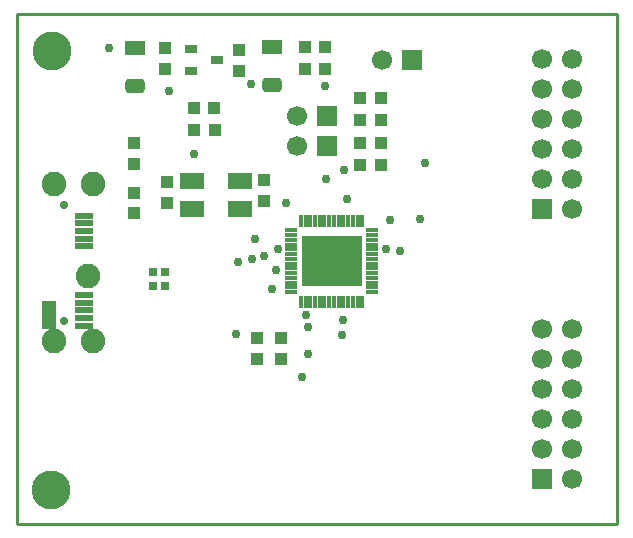
<source format=gts>
G04*
G04 #@! TF.GenerationSoftware,Altium Limited,Altium Designer,20.2.5 (213)*
G04*
G04 Layer_Color=8388736*
%FSLAX42Y42*%
%MOMM*%
G71*
G04*
G04 #@! TF.SameCoordinates,99264967-5F5F-486C-9E42-840607406226*
G04*
G04*
G04 #@! TF.FilePolarity,Negative*
G04*
G01*
G75*
%ADD11C,0.25*%
%ADD28R,1.55X0.60*%
%ADD29R,1.18X2.38*%
%ADD30R,1.00X1.00*%
%ADD31R,5.05X4.25*%
%ADD32R,1.05X0.40*%
%ADD33R,0.40X1.05*%
%ADD34R,1.70X1.20*%
G04:AMPARAMS|DCode=35|XSize=1.2mm|YSize=1.7mm|CornerRadius=0.35mm|HoleSize=0mm|Usage=FLASHONLY|Rotation=90.000|XOffset=0mm|YOffset=0mm|HoleType=Round|Shape=RoundedRectangle|*
%AMROUNDEDRECTD35*
21,1,1.20,1.00,0,0,90.0*
21,1,0.50,1.70,0,0,90.0*
1,1,0.70,0.50,0.25*
1,1,0.70,0.50,-0.25*
1,1,0.70,-0.50,-0.25*
1,1,0.70,-0.50,0.25*
%
%ADD35ROUNDEDRECTD35*%
%ADD36R,1.00X1.00*%
%ADD37R,1.05X0.80*%
%ADD38R,2.00X1.40*%
%ADD39R,0.70X0.80*%
%ADD40C,1.70*%
%ADD41R,1.70X1.70*%
%ADD42C,3.30*%
%ADD43C,2.08*%
%ADD44C,0.70*%
%ADD45C,0.76*%
D11*
X3302Y3302D02*
Y7620D01*
X8382D01*
Y3302D02*
Y7620D01*
X3302Y3302D02*
X8382D01*
D28*
X3874Y5908D02*
D03*
Y5844D02*
D03*
Y5778D02*
D03*
Y5713D02*
D03*
Y5649D02*
D03*
Y5238D02*
D03*
Y5174D02*
D03*
Y5108D02*
D03*
Y5044D02*
D03*
Y4978D02*
D03*
D29*
X3576Y5067D02*
D03*
D30*
X6387Y6337D02*
D03*
X6212D02*
D03*
X6387Y6528D02*
D03*
X6212D02*
D03*
X6385Y6718D02*
D03*
X6210D02*
D03*
X6387Y6909D02*
D03*
X6212D02*
D03*
X5917Y7341D02*
D03*
X5742D02*
D03*
X5917Y7150D02*
D03*
X5742D02*
D03*
X4978Y6639D02*
D03*
X4803D02*
D03*
X4977Y6820D02*
D03*
X4802D02*
D03*
D31*
X5969Y5524D02*
D03*
D32*
X6314Y5785D02*
D03*
Y5744D02*
D03*
Y5704D02*
D03*
Y5665D02*
D03*
Y5624D02*
D03*
Y5585D02*
D03*
Y5544D02*
D03*
Y5504D02*
D03*
Y5465D02*
D03*
Y5424D02*
D03*
Y5385D02*
D03*
Y5344D02*
D03*
Y5304D02*
D03*
Y5265D02*
D03*
X5624D02*
D03*
Y5304D02*
D03*
Y5344D02*
D03*
Y5385D02*
D03*
Y5424D02*
D03*
Y5465D02*
D03*
Y5504D02*
D03*
Y5544D02*
D03*
Y5585D02*
D03*
Y5624D02*
D03*
Y5665D02*
D03*
Y5704D02*
D03*
Y5744D02*
D03*
Y5785D02*
D03*
D33*
X6229Y5179D02*
D03*
X6189D02*
D03*
X6149D02*
D03*
X6109D02*
D03*
X6069D02*
D03*
X6029D02*
D03*
X5989D02*
D03*
X5949D02*
D03*
X5909D02*
D03*
X5869D02*
D03*
X5829D02*
D03*
X5789D02*
D03*
X5749D02*
D03*
X5709D02*
D03*
Y5869D02*
D03*
X5749D02*
D03*
X5789D02*
D03*
X5829D02*
D03*
X5869D02*
D03*
X5909D02*
D03*
X5949D02*
D03*
X5989D02*
D03*
X6029D02*
D03*
X6069D02*
D03*
X6109D02*
D03*
X6149D02*
D03*
X6189D02*
D03*
X6229D02*
D03*
D34*
X5461Y7341D02*
D03*
X4305Y7328D02*
D03*
D35*
X5461Y7020D02*
D03*
X4305Y7007D02*
D03*
D36*
X5182Y7139D02*
D03*
Y7314D02*
D03*
X4293Y6350D02*
D03*
Y6525D02*
D03*
X4559Y7153D02*
D03*
Y7328D02*
D03*
X5397Y6033D02*
D03*
Y6208D02*
D03*
X4572Y6021D02*
D03*
Y6196D02*
D03*
X4293Y5931D02*
D03*
Y6106D02*
D03*
X5334Y4700D02*
D03*
Y4875D02*
D03*
X5537Y4874D02*
D03*
Y4699D02*
D03*
D37*
X4997Y7226D02*
D03*
X4782Y7131D02*
D03*
Y7321D02*
D03*
D38*
X5191Y5963D02*
D03*
X4791D02*
D03*
Y6203D02*
D03*
X5191D02*
D03*
D39*
X4456Y5316D02*
D03*
X4561D02*
D03*
X4456Y5436D02*
D03*
X4561D02*
D03*
D40*
X6396Y7225D02*
D03*
X5678Y6502D02*
D03*
Y6756D02*
D03*
X8001Y3683D02*
D03*
X7747Y3937D02*
D03*
Y4191D02*
D03*
Y4445D02*
D03*
Y4699D02*
D03*
Y4953D02*
D03*
X8001Y3937D02*
D03*
Y4191D02*
D03*
Y4445D02*
D03*
Y4699D02*
D03*
Y4953D02*
D03*
Y5969D02*
D03*
X7747Y6223D02*
D03*
Y6477D02*
D03*
Y6731D02*
D03*
Y6985D02*
D03*
Y7239D02*
D03*
X8001Y6223D02*
D03*
Y6477D02*
D03*
Y6731D02*
D03*
Y6985D02*
D03*
Y7239D02*
D03*
D41*
X6650Y7225D02*
D03*
X5932Y6502D02*
D03*
Y6756D02*
D03*
X7747Y3683D02*
D03*
Y5969D02*
D03*
D42*
X3595Y3588D02*
D03*
X3600Y7300D02*
D03*
D43*
X3615Y6176D02*
D03*
Y4846D02*
D03*
X3951D02*
D03*
X3910Y5401D02*
D03*
X3951Y6176D02*
D03*
D44*
X3701Y6001D02*
D03*
Y5021D02*
D03*
D45*
X6012Y5603D02*
D03*
X6139Y5527D02*
D03*
Y5603D02*
D03*
X4801Y6431D02*
D03*
X4087Y7328D02*
D03*
X5720Y4547D02*
D03*
X5293Y5547D02*
D03*
X5286Y7023D02*
D03*
X6716Y5879D02*
D03*
X6434Y5624D02*
D03*
X6548Y5611D02*
D03*
X6462Y5875D02*
D03*
X6761Y6353D02*
D03*
X5583Y6020D02*
D03*
X5766Y4737D02*
D03*
X6058Y4902D02*
D03*
X5768Y4971D02*
D03*
X4595Y6962D02*
D03*
X5161Y4910D02*
D03*
X6068Y5025D02*
D03*
X5749Y5071D02*
D03*
X5397Y5565D02*
D03*
X5502Y5451D02*
D03*
X6078Y6294D02*
D03*
X6099Y6053D02*
D03*
X5921Y6223D02*
D03*
X5913Y7005D02*
D03*
X5513Y5624D02*
D03*
X5174Y5519D02*
D03*
X5321Y5712D02*
D03*
X5468Y5288D02*
D03*
M02*

</source>
